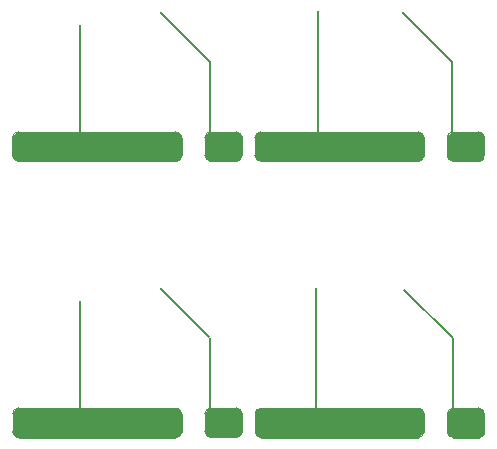
<source format=gbr>
%TF.GenerationSoftware,KiCad,Pcbnew,(7.0.0)*%
%TF.CreationDate,2023-04-13T19:08:04-05:00*%
%TF.ProjectId,Cookie_Mantis,436f6f6b-6965-45f4-9d61-6e7469732e6b,rev?*%
%TF.SameCoordinates,Original*%
%TF.FileFunction,Copper,L2,Bot*%
%TF.FilePolarity,Positive*%
%FSLAX46Y46*%
G04 Gerber Fmt 4.6, Leading zero omitted, Abs format (unit mm)*
G04 Created by KiCad (PCBNEW (7.0.0)) date 2023-04-13 19:08:04*
%MOMM*%
%LPD*%
G01*
G04 APERTURE LIST*
%TA.AperFunction,NonConductor*%
%ADD10C,0.100000*%
%TD*%
%TA.AperFunction,NonConductor*%
%ADD11C,0.200000*%
%TD*%
%TA.AperFunction,ViaPad*%
%ADD12C,0.250000*%
%TD*%
%TA.AperFunction,ViaPad*%
%ADD13C,0.800000*%
%TD*%
G04 APERTURE END LIST*
D10*
X52474360Y-58143460D02*
G75*
G03*
X52982360Y-57635400I-60J508060D01*
G01*
X49817800Y-34240400D02*
G75*
G03*
X50325760Y-34748400I507900J-100D01*
G01*
X47873821Y-56139179D02*
G75*
G03*
X47365884Y-55631179I-508021J-21D01*
G01*
G36*
X47833484Y-34242779D02*
G01*
X47782684Y-34369779D01*
X47630284Y-34598379D01*
X47350884Y-34725379D01*
X34041284Y-34725379D01*
X33863484Y-34674579D01*
X33685684Y-34522179D01*
X33533284Y-34242779D01*
X34041284Y-33582379D01*
X34955684Y-32642579D01*
X41966084Y-32515579D01*
X47833484Y-34242779D01*
G37*
X47833484Y-34242779D02*
X47782684Y-34369779D01*
X47630284Y-34598379D01*
X47350884Y-34725379D01*
X34041284Y-34725379D01*
X33863484Y-34674579D01*
X33685684Y-34522179D01*
X33533284Y-34242779D01*
X34041284Y-33582379D01*
X34955684Y-32642579D01*
X41966084Y-32515579D01*
X47833484Y-34242779D01*
G36*
X27323484Y-57622779D02*
G01*
X27272684Y-57749779D01*
X27120284Y-57978379D01*
X26840884Y-58105379D01*
X13531284Y-58105379D01*
X13353484Y-58054579D01*
X13175684Y-57902179D01*
X13023284Y-57622779D01*
X13531284Y-56962379D01*
X14445684Y-56022579D01*
X21456084Y-55895579D01*
X27323484Y-57622779D01*
G37*
X27323484Y-57622779D02*
X27272684Y-57749779D01*
X27120284Y-57978379D01*
X26840884Y-58105379D01*
X13531284Y-58105379D01*
X13353484Y-58054579D01*
X13175684Y-57902179D01*
X13023284Y-57622779D01*
X13531284Y-56962379D01*
X14445684Y-56022579D01*
X21456084Y-55895579D01*
X27323484Y-57622779D01*
G36*
X35311284Y-32794979D02*
G01*
X35565284Y-34268179D01*
X35412884Y-34217379D01*
X33533284Y-34242779D01*
X33533284Y-32769579D01*
X35311284Y-32794979D01*
G37*
X35311284Y-32794979D02*
X35565284Y-34268179D01*
X35412884Y-34217379D01*
X33533284Y-34242779D01*
X33533284Y-32769579D01*
X35311284Y-32794979D01*
G36*
X47554084Y-32337779D02*
G01*
X47706484Y-32464779D01*
X47782684Y-32591779D01*
X47833484Y-32744179D01*
X45191884Y-32718779D01*
X33533284Y-32744179D01*
X33660284Y-32490179D01*
X33838084Y-32337779D01*
X33965084Y-32286979D01*
X34041284Y-32261579D01*
X47350884Y-32261579D01*
X47554084Y-32337779D01*
G37*
X47554084Y-32337779D02*
X47706484Y-32464779D01*
X47782684Y-32591779D01*
X47833484Y-32744179D01*
X45191884Y-32718779D01*
X33533284Y-32744179D01*
X33660284Y-32490179D01*
X33838084Y-32337779D01*
X33965084Y-32286979D01*
X34041284Y-32261579D01*
X47350884Y-32261579D01*
X47554084Y-32337779D01*
X33548221Y-57637779D02*
G75*
G03*
X34056284Y-58145779I507979J-21D01*
G01*
X31940800Y-34747600D02*
G75*
G03*
X32448800Y-34239600I0J508000D01*
G01*
G36*
X32042400Y-32309200D02*
G01*
X32296400Y-32410800D01*
X32359900Y-32550500D01*
X32448800Y-32715600D01*
X32448800Y-34239600D01*
X32372600Y-34328500D01*
X32296400Y-34506300D01*
X32169400Y-34633300D01*
X31966200Y-34747600D01*
X29769100Y-34747600D01*
X29731000Y-34696800D01*
X29604000Y-34646000D01*
X29477000Y-34569800D01*
X29375400Y-34417400D01*
X29299200Y-34265000D01*
X29299200Y-32702900D01*
X29375400Y-32626700D01*
X29464300Y-32474300D01*
X29604000Y-32360000D01*
X29807200Y-32233000D01*
X30175500Y-32233000D01*
X30569200Y-32233000D01*
X31953500Y-32233000D01*
X32042400Y-32309200D01*
G37*
X32042400Y-32309200D02*
X32296400Y-32410800D01*
X32359900Y-32550500D01*
X32448800Y-32715600D01*
X32448800Y-34239600D01*
X32372600Y-34328500D01*
X32296400Y-34506300D01*
X32169400Y-34633300D01*
X31966200Y-34747600D01*
X29769100Y-34747600D01*
X29731000Y-34696800D01*
X29604000Y-34646000D01*
X29477000Y-34569800D01*
X29375400Y-34417400D01*
X29299200Y-34265000D01*
X29299200Y-32702900D01*
X29375400Y-32626700D01*
X29464300Y-32474300D01*
X29604000Y-32360000D01*
X29807200Y-32233000D01*
X30175500Y-32233000D01*
X30569200Y-32233000D01*
X31953500Y-32233000D01*
X32042400Y-32309200D01*
X13023221Y-57622779D02*
G75*
G03*
X13531284Y-58130779I507979J-21D01*
G01*
G36*
X47325484Y-34750779D02*
G01*
X34041284Y-34750779D01*
X34041284Y-32236179D01*
X47325484Y-32236179D01*
X47325484Y-34750779D01*
G37*
X47325484Y-34750779D02*
X34041284Y-34750779D01*
X34041284Y-32236179D01*
X47325484Y-32236179D01*
X47325484Y-34750779D01*
G36*
X47325484Y-34750779D02*
G01*
X34041284Y-34750779D01*
X34041284Y-32236179D01*
X47325484Y-32236179D01*
X47325484Y-34750779D01*
G37*
X47325484Y-34750779D02*
X34041284Y-34750779D01*
X34041284Y-32236179D01*
X47325484Y-32236179D01*
X47325484Y-34750779D01*
D11*
X46108301Y-22190541D02*
X50268560Y-26350800D01*
D10*
X33548221Y-57637779D02*
G75*
G03*
X34056284Y-58145779I507979J-21D01*
G01*
G36*
X35326284Y-56189979D02*
G01*
X35580284Y-57663179D01*
X35427884Y-57612379D01*
X33548284Y-57637779D01*
X33548284Y-56164579D01*
X35326284Y-56189979D01*
G37*
X35326284Y-56189979D02*
X35580284Y-57663179D01*
X35427884Y-57612379D01*
X33548284Y-57637779D01*
X33548284Y-56164579D01*
X35326284Y-56189979D01*
G36*
X35311284Y-32794979D02*
G01*
X35565284Y-34268179D01*
X35412884Y-34217379D01*
X33533284Y-34242779D01*
X33533284Y-32769579D01*
X35311284Y-32794979D01*
G37*
X35311284Y-32794979D02*
X35565284Y-34268179D01*
X35412884Y-34217379D01*
X33533284Y-34242779D01*
X33533284Y-32769579D01*
X35311284Y-32794979D01*
X13522724Y-32235324D02*
G75*
G03*
X13014724Y-32743379I76J-508076D01*
G01*
G36*
X47858884Y-34242779D02*
G01*
X33787284Y-33506179D01*
X34041284Y-32947379D01*
X47858884Y-32744179D01*
X47858884Y-34242779D01*
G37*
X47858884Y-34242779D02*
X33787284Y-33506179D01*
X34041284Y-32947379D01*
X47858884Y-32744179D01*
X47858884Y-34242779D01*
D11*
X50268560Y-26350800D02*
X50268560Y-32400800D01*
D10*
X27340321Y-32743379D02*
G75*
G03*
X26832324Y-32235379I-508021J-21D01*
G01*
D11*
X38733560Y-45596784D02*
X38733560Y-55696784D01*
D10*
X34041284Y-32236184D02*
G75*
G03*
X33533284Y-32744179I16J-508016D01*
G01*
X34056284Y-55631184D02*
G75*
G03*
X33548284Y-56139179I16J-508016D01*
G01*
G36*
X32050960Y-55690000D02*
G01*
X32304960Y-55791600D01*
X32368460Y-55931300D01*
X32457360Y-56096400D01*
X32457360Y-57620400D01*
X32381160Y-57709300D01*
X32304960Y-57887100D01*
X32177960Y-58014100D01*
X31974760Y-58128400D01*
X29777660Y-58128400D01*
X29739560Y-58077600D01*
X29612560Y-58026800D01*
X29485560Y-57950600D01*
X29383960Y-57798200D01*
X29307760Y-57645800D01*
X29307760Y-56083700D01*
X29383960Y-56007500D01*
X29472860Y-55855100D01*
X29612560Y-55740800D01*
X29815760Y-55613800D01*
X30184060Y-55613800D01*
X30577760Y-55613800D01*
X31962060Y-55613800D01*
X32050960Y-55690000D01*
G37*
X32050960Y-55690000D02*
X32304960Y-55791600D01*
X32368460Y-55931300D01*
X32457360Y-56096400D01*
X32457360Y-57620400D01*
X32381160Y-57709300D01*
X32304960Y-57887100D01*
X32177960Y-58014100D01*
X31974760Y-58128400D01*
X29777660Y-58128400D01*
X29739560Y-58077600D01*
X29612560Y-58026800D01*
X29485560Y-57950600D01*
X29383960Y-57798200D01*
X29307760Y-57645800D01*
X29307760Y-56083700D01*
X29383960Y-56007500D01*
X29472860Y-55855100D01*
X29612560Y-55740800D01*
X29815760Y-55613800D01*
X30184060Y-55613800D01*
X30577760Y-55613800D01*
X31962060Y-55613800D01*
X32050960Y-55690000D01*
X29815760Y-55613860D02*
G75*
G03*
X29307760Y-56121800I-60J-507940D01*
G01*
G36*
X27340324Y-34241979D02*
G01*
X13268724Y-33505379D01*
X13522724Y-32946579D01*
X27340324Y-32743379D01*
X27340324Y-34241979D01*
G37*
X27340324Y-34241979D02*
X13268724Y-33505379D01*
X13522724Y-32946579D01*
X27340324Y-32743379D01*
X27340324Y-34241979D01*
G36*
X47554084Y-32337779D02*
G01*
X47706484Y-32464779D01*
X47782684Y-32591779D01*
X47833484Y-32744179D01*
X45191884Y-32718779D01*
X33533284Y-32744179D01*
X33660284Y-32490179D01*
X33838084Y-32337779D01*
X33965084Y-32286979D01*
X34041284Y-32261579D01*
X47350884Y-32261579D01*
X47554084Y-32337779D01*
G37*
X47554084Y-32337779D02*
X47706484Y-32464779D01*
X47782684Y-32591779D01*
X47833484Y-32744179D01*
X45191884Y-32718779D01*
X33533284Y-32744179D01*
X33660284Y-32490179D01*
X33838084Y-32337779D01*
X33965084Y-32286979D01*
X34041284Y-32261579D01*
X47350884Y-32261579D01*
X47554084Y-32337779D01*
G36*
X47569084Y-55732779D02*
G01*
X47721484Y-55859779D01*
X47797684Y-55986779D01*
X47848484Y-56139179D01*
X45206884Y-56113779D01*
X33548284Y-56139179D01*
X33675284Y-55885179D01*
X33853084Y-55732779D01*
X33980084Y-55681979D01*
X34056284Y-55656579D01*
X47365884Y-55656579D01*
X47569084Y-55732779D01*
G37*
X47569084Y-55732779D02*
X47721484Y-55859779D01*
X47797684Y-55986779D01*
X47848484Y-56139179D01*
X45206884Y-56113779D01*
X33548284Y-56139179D01*
X33675284Y-55885179D01*
X33853084Y-55732779D01*
X33980084Y-55681979D01*
X34056284Y-55656579D01*
X47365884Y-55656579D01*
X47569084Y-55732779D01*
X13531284Y-55616184D02*
G75*
G03*
X13023284Y-56124179I16J-508016D01*
G01*
G36*
X27044084Y-55717779D02*
G01*
X27196484Y-55844779D01*
X27272684Y-55971779D01*
X27323484Y-56124179D01*
X24681884Y-56098779D01*
X13023284Y-56124179D01*
X13150284Y-55870179D01*
X13328084Y-55717779D01*
X13455084Y-55666979D01*
X13531284Y-55641579D01*
X26840884Y-55641579D01*
X27044084Y-55717779D01*
G37*
X27044084Y-55717779D02*
X27196484Y-55844779D01*
X27272684Y-55971779D01*
X27323484Y-56124179D01*
X24681884Y-56098779D01*
X13023284Y-56124179D01*
X13150284Y-55870179D01*
X13328084Y-55717779D01*
X13455084Y-55666979D01*
X13531284Y-55641579D01*
X26840884Y-55641579D01*
X27044084Y-55717779D01*
G36*
X47873884Y-57637779D02*
G01*
X33802284Y-56901179D01*
X34056284Y-56342379D01*
X47873884Y-56139179D01*
X47873884Y-57637779D01*
G37*
X47873884Y-57637779D02*
X33802284Y-56901179D01*
X34056284Y-56342379D01*
X47873884Y-56139179D01*
X47873884Y-57637779D01*
G36*
X47340484Y-58145779D02*
G01*
X34056284Y-58145779D01*
X34056284Y-55631179D01*
X47340484Y-55631179D01*
X47340484Y-58145779D01*
G37*
X47340484Y-58145779D02*
X34056284Y-58145779D01*
X34056284Y-55631179D01*
X47340484Y-55631179D01*
X47340484Y-58145779D01*
G36*
X26806924Y-34749979D02*
G01*
X13522724Y-34749979D01*
X13522724Y-32235379D01*
X26806924Y-32235379D01*
X26806924Y-34749979D01*
G37*
X26806924Y-34749979D02*
X13522724Y-34749979D01*
X13522724Y-32235379D01*
X26806924Y-32235379D01*
X26806924Y-34749979D01*
G36*
X27348884Y-57622779D02*
G01*
X13277284Y-56886179D01*
X13531284Y-56327379D01*
X27348884Y-56124179D01*
X27348884Y-57622779D01*
G37*
X27348884Y-57622779D02*
X13277284Y-56886179D01*
X13531284Y-56327379D01*
X27348884Y-56124179D01*
X27348884Y-57622779D01*
X13014721Y-34241979D02*
G75*
G03*
X13522724Y-34749979I507979J-21D01*
G01*
D11*
X50283560Y-49745800D02*
X50283560Y-55795800D01*
D10*
X33533321Y-34242779D02*
G75*
G03*
X34041284Y-34750779I507979J-21D01*
G01*
X47873821Y-56139179D02*
G75*
G03*
X47365884Y-55631179I-508021J-21D01*
G01*
G36*
X35326284Y-56189979D02*
G01*
X35580284Y-57663179D01*
X35427884Y-57612379D01*
X33548284Y-57637779D01*
X33548284Y-56164579D01*
X35326284Y-56189979D01*
G37*
X35326284Y-56189979D02*
X35580284Y-57663179D01*
X35427884Y-57612379D01*
X33548284Y-57637779D01*
X33548284Y-56164579D01*
X35326284Y-56189979D01*
X13014721Y-34241979D02*
G75*
G03*
X13522724Y-34749979I507979J-21D01*
G01*
X27348821Y-56124179D02*
G75*
G03*
X26840884Y-55616179I-508021J-21D01*
G01*
D11*
X29758560Y-49730800D02*
X29758560Y-55780800D01*
D10*
X13522724Y-32235324D02*
G75*
G03*
X13014724Y-32743379I76J-508076D01*
G01*
G36*
X52560960Y-32310000D02*
G01*
X52814960Y-32411600D01*
X52878460Y-32551300D01*
X52967360Y-32716400D01*
X52967360Y-34240400D01*
X52891160Y-34329300D01*
X52814960Y-34507100D01*
X52687960Y-34634100D01*
X52484760Y-34748400D01*
X50287660Y-34748400D01*
X50249560Y-34697600D01*
X50122560Y-34646800D01*
X49995560Y-34570600D01*
X49893960Y-34418200D01*
X49817760Y-34265800D01*
X49817760Y-32703700D01*
X49893960Y-32627500D01*
X49982860Y-32475100D01*
X50122560Y-32360800D01*
X50325760Y-32233800D01*
X50694060Y-32233800D01*
X51087760Y-32233800D01*
X52472060Y-32233800D01*
X52560960Y-32310000D01*
G37*
X52560960Y-32310000D02*
X52814960Y-32411600D01*
X52878460Y-32551300D01*
X52967360Y-32716400D01*
X52967360Y-34240400D01*
X52891160Y-34329300D01*
X52814960Y-34507100D01*
X52687960Y-34634100D01*
X52484760Y-34748400D01*
X50287660Y-34748400D01*
X50249560Y-34697600D01*
X50122560Y-34646800D01*
X49995560Y-34570600D01*
X49893960Y-34418200D01*
X49817760Y-34265800D01*
X49817760Y-32703700D01*
X49893960Y-32627500D01*
X49982860Y-32475100D01*
X50122560Y-32360800D01*
X50325760Y-32233800D01*
X50694060Y-32233800D01*
X51087760Y-32233800D01*
X52472060Y-32233800D01*
X52560960Y-32310000D01*
G36*
X27323484Y-57622779D02*
G01*
X27272684Y-57749779D01*
X27120284Y-57978379D01*
X26840884Y-58105379D01*
X13531284Y-58105379D01*
X13353484Y-58054579D01*
X13175684Y-57902179D01*
X13023284Y-57622779D01*
X13531284Y-56962379D01*
X14445684Y-56022579D01*
X21456084Y-55895579D01*
X27323484Y-57622779D01*
G37*
X27323484Y-57622779D02*
X27272684Y-57749779D01*
X27120284Y-57978379D01*
X26840884Y-58105379D01*
X13531284Y-58105379D01*
X13353484Y-58054579D01*
X13175684Y-57902179D01*
X13023284Y-57622779D01*
X13531284Y-56962379D01*
X14445684Y-56022579D01*
X21456084Y-55895579D01*
X27323484Y-57622779D01*
G36*
X52575960Y-55705000D02*
G01*
X52829960Y-55806600D01*
X52893460Y-55946300D01*
X52982360Y-56111400D01*
X52982360Y-57635400D01*
X52906160Y-57724300D01*
X52829960Y-57902100D01*
X52702960Y-58029100D01*
X52499760Y-58143400D01*
X50302660Y-58143400D01*
X50264560Y-58092600D01*
X50137560Y-58041800D01*
X50010560Y-57965600D01*
X49908960Y-57813200D01*
X49832760Y-57660800D01*
X49832760Y-56098700D01*
X49908960Y-56022500D01*
X49997860Y-55870100D01*
X50137560Y-55755800D01*
X50340760Y-55628800D01*
X50709060Y-55628800D01*
X51102760Y-55628800D01*
X52487060Y-55628800D01*
X52575960Y-55705000D01*
G37*
X52575960Y-55705000D02*
X52829960Y-55806600D01*
X52893460Y-55946300D01*
X52982360Y-56111400D01*
X52982360Y-57635400D01*
X52906160Y-57724300D01*
X52829960Y-57902100D01*
X52702960Y-58029100D01*
X52499760Y-58143400D01*
X50302660Y-58143400D01*
X50264560Y-58092600D01*
X50137560Y-58041800D01*
X50010560Y-57965600D01*
X49908960Y-57813200D01*
X49832760Y-57660800D01*
X49832760Y-56098700D01*
X49908960Y-56022500D01*
X49997860Y-55870100D01*
X50137560Y-55755800D01*
X50340760Y-55628800D01*
X50709060Y-55628800D01*
X51102760Y-55628800D01*
X52487060Y-55628800D01*
X52575960Y-55705000D01*
G36*
X27348884Y-57622779D02*
G01*
X13277284Y-56886179D01*
X13531284Y-56327379D01*
X27348884Y-56124179D01*
X27348884Y-57622779D01*
G37*
X27348884Y-57622779D02*
X13277284Y-56886179D01*
X13531284Y-56327379D01*
X27348884Y-56124179D01*
X27348884Y-57622779D01*
G36*
X47848484Y-57637779D02*
G01*
X47797684Y-57764779D01*
X47645284Y-57993379D01*
X47365884Y-58120379D01*
X34056284Y-58120379D01*
X33878484Y-58069579D01*
X33700684Y-57917179D01*
X33548284Y-57637779D01*
X34056284Y-56977379D01*
X34970684Y-56037579D01*
X41981084Y-55910579D01*
X47848484Y-57637779D01*
G37*
X47848484Y-57637779D02*
X47797684Y-57764779D01*
X47645284Y-57993379D01*
X47365884Y-58120379D01*
X34056284Y-58120379D01*
X33878484Y-58069579D01*
X33700684Y-57917179D01*
X33548284Y-57637779D01*
X34056284Y-56977379D01*
X34970684Y-56037579D01*
X41981084Y-55910579D01*
X47848484Y-57637779D01*
X52459360Y-34748360D02*
G75*
G03*
X52967360Y-34240400I40J507960D01*
G01*
D11*
X25608560Y-45581784D02*
X29658560Y-49631784D01*
D10*
X47350884Y-34750784D02*
G75*
G03*
X47858884Y-34242779I16J507984D01*
G01*
X47365884Y-58145784D02*
G75*
G03*
X47873884Y-57637779I16J507984D01*
G01*
D11*
X18700000Y-23300000D02*
X18700000Y-32250000D01*
D10*
X47858921Y-32744179D02*
G75*
G03*
X47350884Y-32236179I-508021J-21D01*
G01*
G36*
X26815484Y-58130779D02*
G01*
X13531284Y-58130779D01*
X13531284Y-55616179D01*
X26815484Y-55616179D01*
X26815484Y-58130779D01*
G37*
X26815484Y-58130779D02*
X13531284Y-58130779D01*
X13531284Y-55616179D01*
X26815484Y-55616179D01*
X26815484Y-58130779D01*
G36*
X27340324Y-34241979D02*
G01*
X13268724Y-33505379D01*
X13522724Y-32946579D01*
X27340324Y-32743379D01*
X27340324Y-34241979D01*
G37*
X27340324Y-34241979D02*
X13268724Y-33505379D01*
X13522724Y-32946579D01*
X27340324Y-32743379D01*
X27340324Y-34241979D01*
X27340321Y-32743379D02*
G75*
G03*
X26832324Y-32235379I-508021J-21D01*
G01*
G36*
X14801284Y-56174979D02*
G01*
X15055284Y-57648179D01*
X14902884Y-57597379D01*
X13023284Y-57622779D01*
X13023284Y-56149579D01*
X14801284Y-56174979D01*
G37*
X14801284Y-56174979D02*
X15055284Y-57648179D01*
X14902884Y-57597379D01*
X13023284Y-57622779D01*
X13023284Y-56149579D01*
X14801284Y-56174979D01*
G36*
X14792724Y-32794179D02*
G01*
X15046724Y-34267379D01*
X14894324Y-34216579D01*
X13014724Y-34241979D01*
X13014724Y-32768779D01*
X14792724Y-32794179D01*
G37*
X14792724Y-32794179D02*
X15046724Y-34267379D01*
X14894324Y-34216579D01*
X13014724Y-34241979D01*
X13014724Y-32768779D01*
X14792724Y-32794179D01*
G36*
X47858884Y-34242779D02*
G01*
X33787284Y-33506179D01*
X34041284Y-32947379D01*
X47858884Y-32744179D01*
X47858884Y-34242779D01*
G37*
X47858884Y-34242779D02*
X33787284Y-33506179D01*
X34041284Y-32947379D01*
X47858884Y-32744179D01*
X47858884Y-34242779D01*
X47858921Y-32744179D02*
G75*
G03*
X47350884Y-32236179I-508021J-21D01*
G01*
D11*
X29750000Y-26350000D02*
X29750000Y-32400000D01*
D10*
X29807200Y-32233000D02*
G75*
G03*
X29299200Y-32741000I0J-508000D01*
G01*
G36*
X47340484Y-58145779D02*
G01*
X34056284Y-58145779D01*
X34056284Y-55631179D01*
X47340484Y-55631179D01*
X47340484Y-58145779D01*
G37*
X47340484Y-58145779D02*
X34056284Y-58145779D01*
X34056284Y-55631179D01*
X47340484Y-55631179D01*
X47340484Y-58145779D01*
G36*
X27044084Y-55717779D02*
G01*
X27196484Y-55844779D01*
X27272684Y-55971779D01*
X27323484Y-56124179D01*
X24681884Y-56098779D01*
X13023284Y-56124179D01*
X13150284Y-55870179D01*
X13328084Y-55717779D01*
X13455084Y-55666979D01*
X13531284Y-55641579D01*
X26840884Y-55641579D01*
X27044084Y-55717779D01*
G37*
X27044084Y-55717779D02*
X27196484Y-55844779D01*
X27272684Y-55971779D01*
X27323484Y-56124179D01*
X24681884Y-56098779D01*
X13023284Y-56124179D01*
X13150284Y-55870179D01*
X13328084Y-55717779D01*
X13455084Y-55666979D01*
X13531284Y-55641579D01*
X26840884Y-55641579D01*
X27044084Y-55717779D01*
X47365884Y-58145784D02*
G75*
G03*
X47873884Y-57637779I16J507984D01*
G01*
G36*
X27314924Y-34241979D02*
G01*
X27264124Y-34368979D01*
X27111724Y-34597579D01*
X26832324Y-34724579D01*
X13522724Y-34724579D01*
X13344924Y-34673779D01*
X13167124Y-34521379D01*
X13014724Y-34241979D01*
X13522724Y-33581579D01*
X14437124Y-32641779D01*
X21447524Y-32514779D01*
X27314924Y-34241979D01*
G37*
X27314924Y-34241979D02*
X27264124Y-34368979D01*
X27111724Y-34597579D01*
X26832324Y-34724579D01*
X13522724Y-34724579D01*
X13344924Y-34673779D01*
X13167124Y-34521379D01*
X13014724Y-34241979D01*
X13522724Y-33581579D01*
X14437124Y-32641779D01*
X21447524Y-32514779D01*
X27314924Y-34241979D01*
X52967400Y-32741800D02*
G75*
G03*
X52459360Y-32233800I-508100J-100D01*
G01*
X29307700Y-57620400D02*
G75*
G03*
X29815760Y-58128400I507900J-100D01*
G01*
D11*
X18708560Y-46680800D02*
X18708560Y-55630800D01*
D10*
G36*
X27314924Y-34241979D02*
G01*
X27264124Y-34368979D01*
X27111724Y-34597579D01*
X26832324Y-34724579D01*
X13522724Y-34724579D01*
X13344924Y-34673779D01*
X13167124Y-34521379D01*
X13014724Y-34241979D01*
X13522724Y-33581579D01*
X14437124Y-32641779D01*
X21447524Y-32514779D01*
X27314924Y-34241979D01*
G37*
X27314924Y-34241979D02*
X27264124Y-34368979D01*
X27111724Y-34597579D01*
X26832324Y-34724579D01*
X13522724Y-34724579D01*
X13344924Y-34673779D01*
X13167124Y-34521379D01*
X13014724Y-34241979D01*
X13522724Y-33581579D01*
X14437124Y-32641779D01*
X21447524Y-32514779D01*
X27314924Y-34241979D01*
G36*
X26815484Y-58130779D02*
G01*
X13531284Y-58130779D01*
X13531284Y-55616179D01*
X26815484Y-55616179D01*
X26815484Y-58130779D01*
G37*
X26815484Y-58130779D02*
X13531284Y-58130779D01*
X13531284Y-55616179D01*
X26815484Y-55616179D01*
X26815484Y-58130779D01*
D11*
X38928560Y-22070800D02*
X38928560Y-32420800D01*
D10*
X32457300Y-56121800D02*
G75*
G03*
X31949360Y-55613800I-508100J-100D01*
G01*
G36*
X47833484Y-34242779D02*
G01*
X47782684Y-34369779D01*
X47630284Y-34598379D01*
X47350884Y-34725379D01*
X34041284Y-34725379D01*
X33863484Y-34674579D01*
X33685684Y-34522179D01*
X33533284Y-34242779D01*
X34041284Y-33582379D01*
X34955684Y-32642579D01*
X41966084Y-32515579D01*
X47833484Y-34242779D01*
G37*
X47833484Y-34242779D02*
X47782684Y-34369779D01*
X47630284Y-34598379D01*
X47350884Y-34725379D01*
X34041284Y-34725379D01*
X33863484Y-34674579D01*
X33685684Y-34522179D01*
X33533284Y-34242779D01*
X34041284Y-33582379D01*
X34955684Y-32642579D01*
X41966084Y-32515579D01*
X47833484Y-34242779D01*
G36*
X47569084Y-55732779D02*
G01*
X47721484Y-55859779D01*
X47797684Y-55986779D01*
X47848484Y-56139179D01*
X45206884Y-56113779D01*
X33548284Y-56139179D01*
X33675284Y-55885179D01*
X33853084Y-55732779D01*
X33980084Y-55681979D01*
X34056284Y-55656579D01*
X47365884Y-55656579D01*
X47569084Y-55732779D01*
G37*
X47569084Y-55732779D02*
X47721484Y-55859779D01*
X47797684Y-55986779D01*
X47848484Y-56139179D01*
X45206884Y-56113779D01*
X33548284Y-56139179D01*
X33675284Y-55885179D01*
X33853084Y-55732779D01*
X33980084Y-55681979D01*
X34056284Y-55656579D01*
X47365884Y-55656579D01*
X47569084Y-55732779D01*
X49832700Y-57635400D02*
G75*
G03*
X50340760Y-58143400I507900J-100D01*
G01*
G36*
X47848484Y-57637779D02*
G01*
X47797684Y-57764779D01*
X47645284Y-57993379D01*
X47365884Y-58120379D01*
X34056284Y-58120379D01*
X33878484Y-58069579D01*
X33700684Y-57917179D01*
X33548284Y-57637779D01*
X34056284Y-56977379D01*
X34970684Y-56037579D01*
X41981084Y-55910579D01*
X47848484Y-57637779D01*
G37*
X47848484Y-57637779D02*
X47797684Y-57764779D01*
X47645284Y-57993379D01*
X47365884Y-58120379D01*
X34056284Y-58120379D01*
X33878484Y-58069579D01*
X33700684Y-57917179D01*
X33548284Y-57637779D01*
X34056284Y-56977379D01*
X34970684Y-56037579D01*
X41981084Y-55910579D01*
X47848484Y-57637779D01*
X34041284Y-32236184D02*
G75*
G03*
X33533284Y-32744179I16J-508016D01*
G01*
G36*
X27035524Y-32336979D02*
G01*
X27187924Y-32463979D01*
X27264124Y-32590979D01*
X27314924Y-32743379D01*
X24673324Y-32717979D01*
X13014724Y-32743379D01*
X13141724Y-32489379D01*
X13319524Y-32336979D01*
X13446524Y-32286179D01*
X13522724Y-32260779D01*
X26832324Y-32260779D01*
X27035524Y-32336979D01*
G37*
X27035524Y-32336979D02*
X27187924Y-32463979D01*
X27264124Y-32590979D01*
X27314924Y-32743379D01*
X24673324Y-32717979D01*
X13014724Y-32743379D01*
X13141724Y-32489379D01*
X13319524Y-32336979D01*
X13446524Y-32286179D01*
X13522724Y-32260779D01*
X26832324Y-32260779D01*
X27035524Y-32336979D01*
X50325760Y-32233760D02*
G75*
G03*
X49817760Y-32741800I40J-508040D01*
G01*
X50340760Y-55628860D02*
G75*
G03*
X49832760Y-56136800I-60J-507940D01*
G01*
X26832324Y-34749924D02*
G75*
G03*
X27340324Y-34241979I76J507924D01*
G01*
D11*
X46145499Y-45607739D02*
X50283560Y-49745800D01*
D10*
X26832324Y-34749924D02*
G75*
G03*
X27340324Y-34241979I76J507924D01*
G01*
X27348821Y-56124179D02*
G75*
G03*
X26840884Y-55616179I-508021J-21D01*
G01*
D11*
X25583702Y-22183702D02*
X29750000Y-26350000D01*
D10*
X33533321Y-34242779D02*
G75*
G03*
X34041284Y-34750779I507979J-21D01*
G01*
X31949360Y-58128460D02*
G75*
G03*
X32457360Y-57620400I-60J508060D01*
G01*
X26840884Y-58130784D02*
G75*
G03*
X27348884Y-57622779I16J507984D01*
G01*
X47350884Y-34750784D02*
G75*
G03*
X47858884Y-34242779I16J507984D01*
G01*
X32448800Y-32741000D02*
G75*
G03*
X31940800Y-32233000I-508100J-100D01*
G01*
G36*
X14801284Y-56174979D02*
G01*
X15055284Y-57648179D01*
X14902884Y-57597379D01*
X13023284Y-57622779D01*
X13023284Y-56149579D01*
X14801284Y-56174979D01*
G37*
X14801284Y-56174979D02*
X15055284Y-57648179D01*
X14902884Y-57597379D01*
X13023284Y-57622779D01*
X13023284Y-56149579D01*
X14801284Y-56174979D01*
X29299200Y-34239600D02*
G75*
G03*
X29807200Y-34747600I507900J-100D01*
G01*
G36*
X47873884Y-57637779D02*
G01*
X33802284Y-56901179D01*
X34056284Y-56342379D01*
X47873884Y-56139179D01*
X47873884Y-57637779D01*
G37*
X47873884Y-57637779D02*
X33802284Y-56901179D01*
X34056284Y-56342379D01*
X47873884Y-56139179D01*
X47873884Y-57637779D01*
X13023221Y-57622779D02*
G75*
G03*
X13531284Y-58130779I507979J-21D01*
G01*
X52982300Y-56136800D02*
G75*
G03*
X52474360Y-55628800I-508100J-100D01*
G01*
G36*
X26806924Y-34749979D02*
G01*
X13522724Y-34749979D01*
X13522724Y-32235379D01*
X26806924Y-32235379D01*
X26806924Y-34749979D01*
G37*
X26806924Y-34749979D02*
X13522724Y-34749979D01*
X13522724Y-32235379D01*
X26806924Y-32235379D01*
X26806924Y-34749979D01*
G36*
X14792724Y-32794179D02*
G01*
X15046724Y-34267379D01*
X14894324Y-34216579D01*
X13014724Y-34241979D01*
X13014724Y-32768779D01*
X14792724Y-32794179D01*
G37*
X14792724Y-32794179D02*
X15046724Y-34267379D01*
X14894324Y-34216579D01*
X13014724Y-34241979D01*
X13014724Y-32768779D01*
X14792724Y-32794179D01*
G36*
X27035524Y-32336979D02*
G01*
X27187924Y-32463979D01*
X27264124Y-32590979D01*
X27314924Y-32743379D01*
X24673324Y-32717979D01*
X13014724Y-32743379D01*
X13141724Y-32489379D01*
X13319524Y-32336979D01*
X13446524Y-32286179D01*
X13522724Y-32260779D01*
X26832324Y-32260779D01*
X27035524Y-32336979D01*
G37*
X27035524Y-32336979D02*
X27187924Y-32463979D01*
X27264124Y-32590979D01*
X27314924Y-32743379D01*
X24673324Y-32717979D01*
X13014724Y-32743379D01*
X13141724Y-32489379D01*
X13319524Y-32336979D01*
X13446524Y-32286179D01*
X13522724Y-32260779D01*
X26832324Y-32260779D01*
X27035524Y-32336979D01*
X13531284Y-55616184D02*
G75*
G03*
X13023284Y-56124179I16J-508016D01*
G01*
X34056284Y-55631184D02*
G75*
G03*
X33548284Y-56139179I16J-508016D01*
G01*
X26840884Y-58130784D02*
G75*
G03*
X27348884Y-57622779I16J507984D01*
G01*
D12*
%TO.N,*%
X25583702Y-22183702D03*
D13*
X40289600Y-33510800D03*
X21779600Y-56890800D03*
X23779600Y-56890800D03*
X34289600Y-33510800D03*
X38289600Y-33510800D03*
D12*
X38733560Y-45596784D03*
D13*
X46289600Y-33510800D03*
X46304600Y-56905800D03*
X31771040Y-33510000D03*
X25779600Y-56890800D03*
X25771040Y-33510000D03*
X44304600Y-56905800D03*
X38304600Y-56905800D03*
X44289600Y-33510800D03*
X36304600Y-56905800D03*
X31779600Y-56890800D03*
D12*
X46108301Y-22190541D03*
D13*
X15771040Y-33510000D03*
X13771040Y-33510000D03*
X23771040Y-33510000D03*
D12*
X38928560Y-22070800D03*
D13*
X21771040Y-33510000D03*
X42304600Y-56905800D03*
X29779600Y-56890800D03*
D12*
X18708560Y-46680800D03*
D13*
X50304600Y-56905800D03*
X19771040Y-33510000D03*
X52304600Y-56905800D03*
X36289600Y-33510800D03*
D12*
X18700000Y-23300000D03*
D13*
X19779600Y-56890800D03*
X50289600Y-33510800D03*
X29771040Y-33510000D03*
X42289600Y-33510800D03*
X34304600Y-56905800D03*
X40304600Y-56905800D03*
D12*
X25608560Y-45581784D03*
D13*
X52289600Y-33510800D03*
X15779600Y-56890800D03*
X13779600Y-56890800D03*
X17771040Y-33510000D03*
X17779600Y-56890800D03*
%TD*%
M02*

</source>
